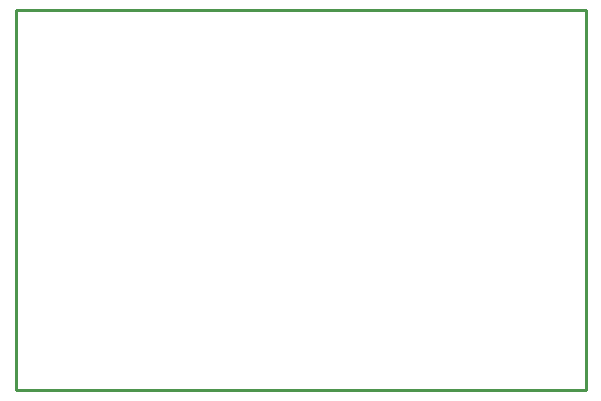
<source format=gbr>
G04*
G04 #@! TF.GenerationSoftware,Altium Limited,Altium Designer,25.8.1 (18)*
G04*
G04 Layer_Color=16711935*
%FSLAX25Y25*%
%MOIN*%
G70*
G04*
G04 #@! TF.SameCoordinates,7B14AC28-D965-4A85-B311-1C3B9A759C65*
G04*
G04*
G04 #@! TF.FilePolarity,Positive*
G04*
G01*
G75*
%ADD42C,0.01000*%
D42*
X115500Y373500D02*
X305500D01*
X115500Y500000D02*
X305500D01*
Y373500D02*
Y500000D01*
X115500Y373500D02*
Y500000D01*
M02*

</source>
